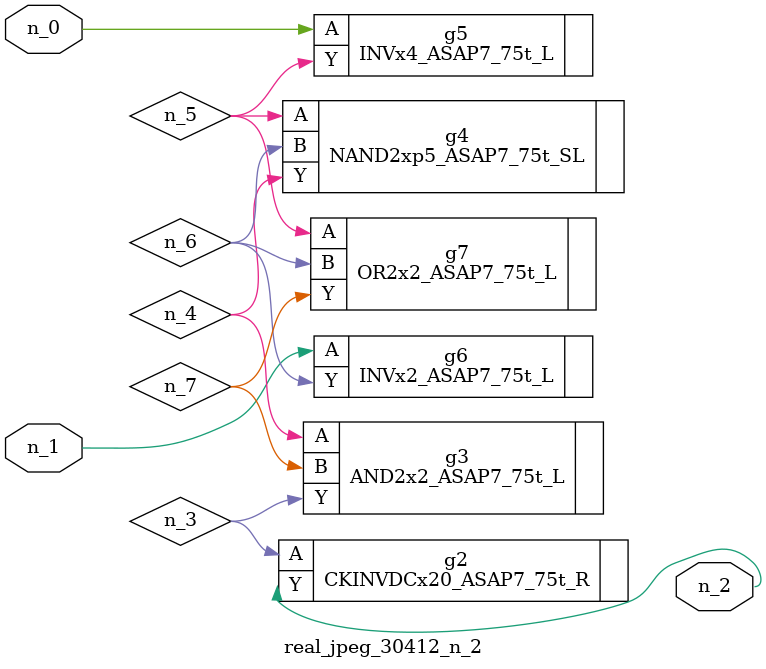
<source format=v>
module real_jpeg_30412_n_2 (n_1, n_0, n_2);

input n_1;
input n_0;

output n_2;

wire n_5;
wire n_4;
wire n_6;
wire n_7;
wire n_3;

INVx4_ASAP7_75t_L g5 ( 
.A(n_0),
.Y(n_5)
);

INVx2_ASAP7_75t_L g6 ( 
.A(n_1),
.Y(n_6)
);

CKINVDCx20_ASAP7_75t_R g2 ( 
.A(n_3),
.Y(n_2)
);

AND2x2_ASAP7_75t_L g3 ( 
.A(n_4),
.B(n_7),
.Y(n_3)
);

NAND2xp5_ASAP7_75t_SL g4 ( 
.A(n_5),
.B(n_6),
.Y(n_4)
);

OR2x2_ASAP7_75t_L g7 ( 
.A(n_5),
.B(n_6),
.Y(n_7)
);


endmodule
</source>
